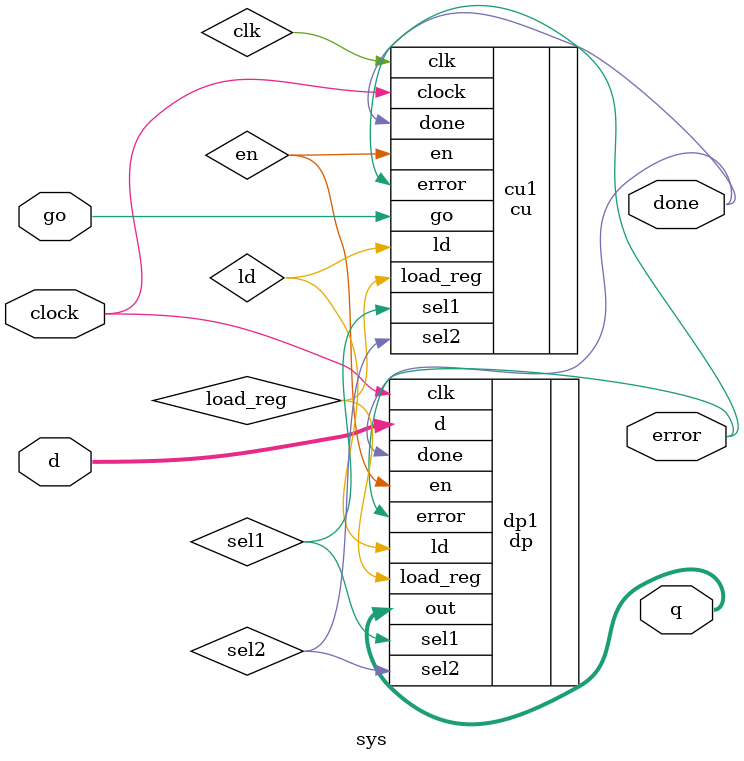
<source format=v>
`timescale 1ns / 1ps


module sys(
        input go,
        input [3:0] d,
        input clock,
        output error,
        output done,
        output [31:0] q
    );
    
    wire clk;
    wire ld;
    wire en;
    wire sel1;
    wire sel2;
    wire load_reg;
    
    dp dp1 (
    .clk        (clock),
    .ld         (ld),
    .en         (en),
    .sel1       (sel1),
    .sel2       (sel2),
    .load_reg   (load_reg),
    .d          (d),
    .error      (error),
    .done       (done),
    .out        (q)
    );
    
    cu cu1 (
    .go         (go),
    .error      (error),
    .done       (done),
    .clock      (clock),
    .ld         (ld),
    .clk        (clk),
    .en         (en),
    .load_reg   (load_reg),
    .sel1       (sel1),
    .sel2       (sel2)
    );
    
endmodule

</source>
